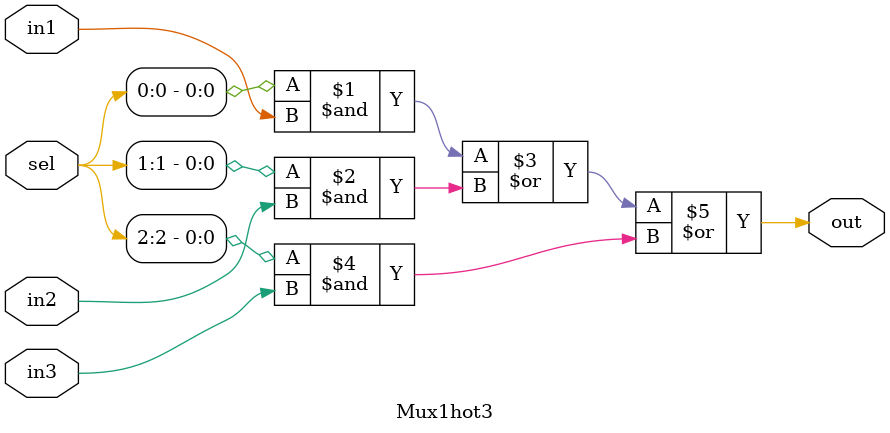
<source format=sv>
/**@file
 * @brief     One-hot Multiplexer 
 * @author    Igor Lesik
 * @copyright Igor Lesik 2014
 *
 */

module Mux1hot3
#(
    parameter WIDTH = 1
)(
    input  wire [WIDTH-1:0] in1,
    input  wire [WIDTH-1:0] in2,
    input  wire [WIDTH-1:0] in3,
    input  wire [2:0]       sel,
    output wire [WIDTH-1:0] out
);

assign out = ({WIDTH{sel[0]}} & in1) | ({WIDTH{sel[1]}} & in2) | ({WIDTH{sel[2]}} & in3);

endmodule


</source>
